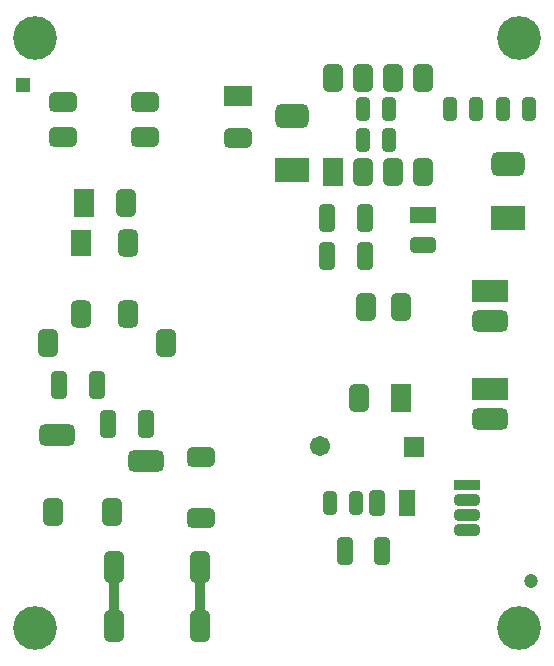
<source format=gbs>
G04*
G04 #@! TF.GenerationSoftware,Altium Limited,Altium Designer,18.1.7 (191)*
G04*
G04 Layer_Color=16711935*
%FSLAX25Y25*%
%MOIN*%
G70*
G01*
G75*
%ADD15R,0.06706X0.09461*%
G04:AMPARAMS|DCode=16|XSize=67.06mil|YSize=94.61mil|CornerRadius=18.76mil|HoleSize=0mil|Usage=FLASHONLY|Rotation=0.000|XOffset=0mil|YOffset=0mil|HoleType=Round|Shape=RoundedRectangle|*
%AMROUNDEDRECTD16*
21,1,0.06706,0.05709,0,0,0.0*
21,1,0.02953,0.09461,0,0,0.0*
1,1,0.03753,0.01476,-0.02854*
1,1,0.03753,-0.01476,-0.02854*
1,1,0.03753,-0.01476,0.02854*
1,1,0.03753,0.01476,0.02854*
%
%ADD16ROUNDEDRECTD16*%
%ADD17R,0.05524X0.08674*%
G04:AMPARAMS|DCode=18|XSize=55.24mil|YSize=86.74mil|CornerRadius=15.81mil|HoleSize=0mil|Usage=FLASHONLY|Rotation=180.000|XOffset=0mil|YOffset=0mil|HoleType=Round|Shape=RoundedRectangle|*
%AMROUNDEDRECTD18*
21,1,0.05524,0.05512,0,0,180.0*
21,1,0.02362,0.08674,0,0,180.0*
1,1,0.03162,-0.01181,0.02756*
1,1,0.03162,0.01181,0.02756*
1,1,0.03162,0.01181,-0.02756*
1,1,0.03162,-0.01181,-0.02756*
%
%ADD18ROUNDEDRECTD18*%
%ADD19R,0.09461X0.06706*%
G04:AMPARAMS|DCode=20|XSize=67.06mil|YSize=94.61mil|CornerRadius=18.76mil|HoleSize=0mil|Usage=FLASHONLY|Rotation=270.000|XOffset=0mil|YOffset=0mil|HoleType=Round|Shape=RoundedRectangle|*
%AMROUNDEDRECTD20*
21,1,0.06706,0.05709,0,0,270.0*
21,1,0.02953,0.09461,0,0,270.0*
1,1,0.03753,-0.02854,-0.01476*
1,1,0.03753,-0.02854,0.01476*
1,1,0.03753,0.02854,0.01476*
1,1,0.03753,0.02854,-0.01476*
%
%ADD20ROUNDEDRECTD20*%
%ADD21R,0.08674X0.05524*%
G04:AMPARAMS|DCode=22|XSize=55.24mil|YSize=86.74mil|CornerRadius=15.81mil|HoleSize=0mil|Usage=FLASHONLY|Rotation=90.000|XOffset=0mil|YOffset=0mil|HoleType=Round|Shape=RoundedRectangle|*
%AMROUNDEDRECTD22*
21,1,0.05524,0.05512,0,0,90.0*
21,1,0.02362,0.08674,0,0,90.0*
1,1,0.03162,0.02756,0.01181*
1,1,0.03162,0.02756,-0.01181*
1,1,0.03162,-0.02756,-0.01181*
1,1,0.03162,-0.02756,0.01181*
%
%ADD22ROUNDEDRECTD22*%
G04:AMPARAMS|DCode=23|XSize=120.2mil|YSize=72.96mil|CornerRadius=20.24mil|HoleSize=0mil|Usage=FLASHONLY|Rotation=180.000|XOffset=0mil|YOffset=0mil|HoleType=Round|Shape=RoundedRectangle|*
%AMROUNDEDRECTD23*
21,1,0.12020,0.03248,0,0,180.0*
21,1,0.07972,0.07296,0,0,180.0*
1,1,0.04048,-0.03986,0.01624*
1,1,0.04048,0.03986,0.01624*
1,1,0.04048,0.03986,-0.01624*
1,1,0.04048,-0.03986,-0.01624*
%
%ADD23ROUNDEDRECTD23*%
G04:AMPARAMS|DCode=24|XSize=37.53mil|YSize=86.74mil|CornerRadius=11.38mil|HoleSize=0mil|Usage=FLASHONLY|Rotation=90.000|XOffset=0mil|YOffset=0mil|HoleType=Round|Shape=RoundedRectangle|*
%AMROUNDEDRECTD24*
21,1,0.03753,0.06398,0,0,90.0*
21,1,0.01476,0.08674,0,0,90.0*
1,1,0.02276,0.03199,0.00738*
1,1,0.02276,0.03199,-0.00738*
1,1,0.02276,-0.03199,-0.00738*
1,1,0.02276,-0.03199,0.00738*
%
%ADD24ROUNDEDRECTD24*%
%ADD25R,0.08674X0.03753*%
%ADD26R,0.12020X0.07296*%
G04:AMPARAMS|DCode=27|XSize=72.96mil|YSize=120.2mil|CornerRadius=20.24mil|HoleSize=0mil|Usage=FLASHONLY|Rotation=90.000|XOffset=0mil|YOffset=0mil|HoleType=Round|Shape=RoundedRectangle|*
%AMROUNDEDRECTD27*
21,1,0.07296,0.07972,0,0,90.0*
21,1,0.03248,0.12020,0,0,90.0*
1,1,0.04048,0.03986,0.01624*
1,1,0.04048,0.03986,-0.01624*
1,1,0.04048,-0.03986,-0.01624*
1,1,0.04048,-0.03986,0.01624*
%
%ADD27ROUNDEDRECTD27*%
%ADD28C,0.14580*%
%ADD61R,0.06902X0.09068*%
G04:AMPARAMS|DCode=62|XSize=90.68mil|YSize=69.02mil|CornerRadius=19.26mil|HoleSize=0mil|Usage=FLASHONLY|Rotation=90.000|XOffset=0mil|YOffset=0mil|HoleType=Round|Shape=RoundedRectangle|*
%AMROUNDEDRECTD62*
21,1,0.09068,0.03051,0,0,90.0*
21,1,0.05217,0.06902,0,0,90.0*
1,1,0.03851,0.01526,0.02608*
1,1,0.03851,0.01526,-0.02608*
1,1,0.03851,-0.01526,-0.02608*
1,1,0.03851,-0.01526,0.02608*
%
%ADD62ROUNDEDRECTD62*%
%ADD63C,0.06706*%
%ADD64R,0.06706X0.06706*%
%ADD65R,0.03359X0.11233*%
G04:AMPARAMS|DCode=66|XSize=94.61mil|YSize=55.24mil|CornerRadius=15.81mil|HoleSize=0mil|Usage=FLASHONLY|Rotation=90.000|XOffset=0mil|YOffset=0mil|HoleType=Round|Shape=RoundedRectangle|*
%AMROUNDEDRECTD66*
21,1,0.09461,0.02362,0,0,90.0*
21,1,0.06299,0.05524,0,0,90.0*
1,1,0.03162,0.01181,0.03150*
1,1,0.03162,0.01181,-0.03150*
1,1,0.03162,-0.01181,-0.03150*
1,1,0.03162,-0.01181,0.03150*
%
%ADD66ROUNDEDRECTD66*%
G04:AMPARAMS|DCode=67|XSize=78.87mil|YSize=47.37mil|CornerRadius=13.84mil|HoleSize=0mil|Usage=FLASHONLY|Rotation=90.000|XOffset=0mil|YOffset=0mil|HoleType=Round|Shape=RoundedRectangle|*
%AMROUNDEDRECTD67*
21,1,0.07887,0.01968,0,0,90.0*
21,1,0.05118,0.04737,0,0,90.0*
1,1,0.02769,0.00984,0.02559*
1,1,0.02769,0.00984,-0.02559*
1,1,0.02769,-0.00984,-0.02559*
1,1,0.02769,-0.00984,0.02559*
%
%ADD67ROUNDEDRECTD67*%
G04:AMPARAMS|DCode=68|XSize=112.33mil|YSize=80.83mil|CornerRadius=22.21mil|HoleSize=0mil|Usage=FLASHONLY|Rotation=0.000|XOffset=0mil|YOffset=0mil|HoleType=Round|Shape=RoundedRectangle|*
%AMROUNDEDRECTD68*
21,1,0.11233,0.03642,0,0,0.0*
21,1,0.06791,0.08083,0,0,0.0*
1,1,0.04442,0.03396,-0.01821*
1,1,0.04442,-0.03396,-0.01821*
1,1,0.04442,-0.03396,0.01821*
1,1,0.04442,0.03396,0.01821*
%
%ADD68ROUNDEDRECTD68*%
%ADD69R,0.11233X0.08083*%
%ADD70R,0.04737X0.04737*%
%ADD71C,0.04737*%
G04:AMPARAMS|DCode=72|XSize=106.42mil|YSize=67.06mil|CornerRadius=18.76mil|HoleSize=0mil|Usage=FLASHONLY|Rotation=90.000|XOffset=0mil|YOffset=0mil|HoleType=Round|Shape=RoundedRectangle|*
%AMROUNDEDRECTD72*
21,1,0.10642,0.02953,0,0,90.0*
21,1,0.06890,0.06706,0,0,90.0*
1,1,0.03753,0.01476,0.03445*
1,1,0.03753,0.01476,-0.03445*
1,1,0.03753,-0.01476,-0.03445*
1,1,0.03753,-0.01476,0.03445*
%
%ADD72ROUNDEDRECTD72*%
D15*
X113000Y165949D02*
D03*
X135819Y90500D02*
D03*
X30000Y155500D02*
D03*
D16*
X123000Y165949D02*
D03*
X133000D02*
D03*
X143000D02*
D03*
Y197051D02*
D03*
X133000D02*
D03*
X123000D02*
D03*
X113000D02*
D03*
X121819Y90500D02*
D03*
X124094Y121000D02*
D03*
X135906D02*
D03*
X57528Y109000D02*
D03*
X18157D02*
D03*
X44000Y155500D02*
D03*
X39343Y52500D02*
D03*
X19657D02*
D03*
D17*
X137721Y55500D02*
D03*
D18*
X127878D02*
D03*
D19*
X81500Y191349D02*
D03*
D20*
Y177349D02*
D03*
X50500Y177500D02*
D03*
Y189311D02*
D03*
X23000Y177500D02*
D03*
Y189311D02*
D03*
X69000Y50393D02*
D03*
Y70866D02*
D03*
D21*
X143000Y151445D02*
D03*
D22*
Y141445D02*
D03*
D23*
X50764Y69669D02*
D03*
X21236Y78331D02*
D03*
D24*
X157645Y46618D02*
D03*
Y51539D02*
D03*
Y56461D02*
D03*
D25*
Y61382D02*
D03*
D26*
X165500Y93572D02*
D03*
Y126216D02*
D03*
D27*
Y83572D02*
D03*
Y116217D02*
D03*
D28*
X13780Y13780D02*
D03*
Y210630D02*
D03*
X175197Y13780D02*
D03*
Y210630D02*
D03*
D61*
X29016Y142311D02*
D03*
D62*
X44764D02*
D03*
X29016Y118689D02*
D03*
X44764D02*
D03*
D63*
X108634Y74578D02*
D03*
D64*
X140000Y74078D02*
D03*
D65*
X68713Y24500D02*
D03*
X40000D02*
D03*
D66*
X116972Y39500D02*
D03*
X129571D02*
D03*
X123799Y138000D02*
D03*
X111201D02*
D03*
X123799Y150500D02*
D03*
X111201D02*
D03*
X34299Y95000D02*
D03*
X21701D02*
D03*
X50799Y82000D02*
D03*
X38201D02*
D03*
D67*
X112127Y55500D02*
D03*
X120789D02*
D03*
X169669Y187000D02*
D03*
X178331D02*
D03*
X152169D02*
D03*
X160831D02*
D03*
X123169Y176500D02*
D03*
X131831D02*
D03*
Y187000D02*
D03*
X123169D02*
D03*
D68*
X171500Y168555D02*
D03*
X99500Y184555D02*
D03*
D69*
X171500Y150445D02*
D03*
X99500Y166445D02*
D03*
D70*
X9843Y194882D02*
D03*
D71*
X179134Y29528D02*
D03*
D72*
X68713Y14658D02*
D03*
Y34343D02*
D03*
X40000Y14658D02*
D03*
Y34343D02*
D03*
M02*

</source>
